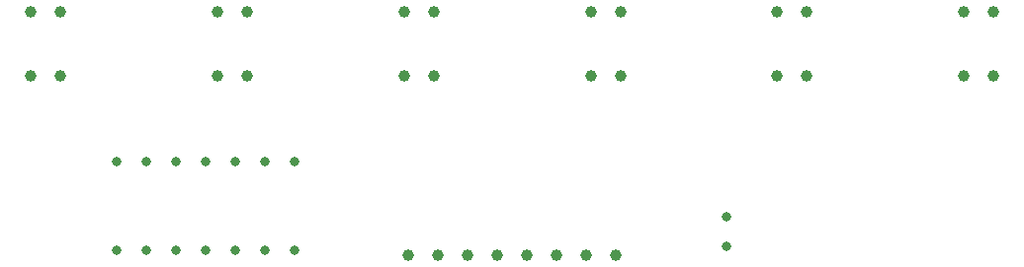
<source format=gbr>
%TF.GenerationSoftware,KiCad,Pcbnew,9.0.1+1*%
%TF.CreationDate,2025-05-09T02:37:28+00:00*%
%TF.ProjectId,modulo_sensor,6d6f6475-6c6f-45f7-9365-6e736f722e6b,rev?*%
%TF.SameCoordinates,Original*%
%TF.FileFunction,Plated,1,2,PTH,Drill*%
%TF.FilePolarity,Positive*%
%FSLAX46Y46*%
G04 Gerber Fmt 4.6, Leading zero omitted, Abs format (unit mm)*
G04 Created by KiCad (PCBNEW 9.0.1+1) date 2025-05-09 02:37:28*
%MOMM*%
%LPD*%
G01*
G04 APERTURE LIST*
%TA.AperFunction,ComponentDrill*%
%ADD10C,0.800000*%
%TD*%
%TA.AperFunction,ComponentDrill*%
%ADD11C,1.000000*%
%TD*%
G04 APERTURE END LIST*
D10*
%TO.C,U1*%
X64760000Y-72500000D03*
X64760000Y-80120000D03*
X67300000Y-72500000D03*
X67300000Y-80120000D03*
X69840000Y-72500000D03*
X69840000Y-80120000D03*
X72380000Y-72500000D03*
X72380000Y-80120000D03*
X74920000Y-72500000D03*
X74920000Y-80120000D03*
X77460000Y-72500000D03*
X77460000Y-80120000D03*
X80000000Y-72500000D03*
X80000000Y-80120000D03*
%TO.C,C1*%
X117000000Y-77250000D03*
X117000000Y-79750000D03*
D11*
%TO.C,Sensor1*%
X57339983Y-59650000D03*
X57339983Y-65150000D03*
X59879983Y-59650000D03*
X59879983Y-65150000D03*
%TO.C,Sensor2*%
X73339983Y-59650000D03*
X73339983Y-65150000D03*
X75879983Y-59650000D03*
X75879983Y-65150000D03*
%TO.C,Sensor3*%
X89339983Y-59650000D03*
X89339983Y-65150000D03*
%TO.C,J1*%
X89704983Y-80500000D03*
%TO.C,Sensor3*%
X91879983Y-59650000D03*
X91879983Y-65150000D03*
%TO.C,J1*%
X92244983Y-80500000D03*
X94784983Y-80500000D03*
X97324983Y-80500000D03*
X99864983Y-80500000D03*
X102404983Y-80500000D03*
X104944983Y-80500000D03*
%TO.C,Sensor4*%
X105339983Y-59650000D03*
X105339983Y-65150000D03*
%TO.C,J1*%
X107484983Y-80500000D03*
%TO.C,Sensor4*%
X107879983Y-59650000D03*
X107879983Y-65150000D03*
%TO.C,Sensor5*%
X121339983Y-59650000D03*
X121339983Y-65150000D03*
X123879983Y-59650000D03*
X123879983Y-65150000D03*
%TO.C,Sensor6*%
X137339983Y-59650000D03*
X137339983Y-65150000D03*
X139879983Y-59650000D03*
X139879983Y-65150000D03*
M02*

</source>
